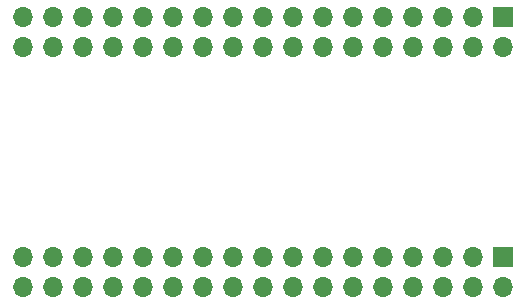
<source format=gbr>
%TF.GenerationSoftware,KiCad,Pcbnew,(6.0.7)*%
%TF.CreationDate,2022-08-10T20:47:25+10:00*%
%TF.ProjectId,Voodoo2SLI,566f6f64-6f6f-4325-934c-492e6b696361,rev?*%
%TF.SameCoordinates,Original*%
%TF.FileFunction,Soldermask,Bot*%
%TF.FilePolarity,Negative*%
%FSLAX46Y46*%
G04 Gerber Fmt 4.6, Leading zero omitted, Abs format (unit mm)*
G04 Created by KiCad (PCBNEW (6.0.7)) date 2022-08-10 20:47:25*
%MOMM*%
%LPD*%
G01*
G04 APERTURE LIST*
%ADD10R,1.700000X1.700000*%
%ADD11O,1.700000X1.700000*%
G04 APERTURE END LIST*
D10*
%TO.C,J1*%
X167894000Y-96266000D03*
D11*
X167894000Y-98806000D03*
X165354000Y-96266000D03*
X165354000Y-98806000D03*
X162814000Y-96266000D03*
X162814000Y-98806000D03*
X160274000Y-96266000D03*
X160274000Y-98806000D03*
X157734000Y-96266000D03*
X157734000Y-98806000D03*
X155194000Y-96266000D03*
X155194000Y-98806000D03*
X152654000Y-96266000D03*
X152654000Y-98806000D03*
X150114000Y-96266000D03*
X150114000Y-98806000D03*
X147574000Y-96266000D03*
X147574000Y-98806000D03*
X145034000Y-96266000D03*
X145034000Y-98806000D03*
X142494000Y-96266000D03*
X142494000Y-98806000D03*
X139954000Y-96266000D03*
X139954000Y-98806000D03*
X137414000Y-96266000D03*
X137414000Y-98806000D03*
X134874000Y-96266000D03*
X134874000Y-98806000D03*
X132334000Y-96266000D03*
X132334000Y-98806000D03*
X129794000Y-96266000D03*
X129794000Y-98806000D03*
X127254000Y-96266000D03*
X127254000Y-98806000D03*
%TD*%
D10*
%TO.C,J2*%
X167894000Y-116586000D03*
D11*
X167894000Y-119126000D03*
X165354000Y-116586000D03*
X165354000Y-119126000D03*
X162814000Y-116586000D03*
X162814000Y-119126000D03*
X160274000Y-116586000D03*
X160274000Y-119126000D03*
X157734000Y-116586000D03*
X157734000Y-119126000D03*
X155194000Y-116586000D03*
X155194000Y-119126000D03*
X152654000Y-116586000D03*
X152654000Y-119126000D03*
X150114000Y-116586000D03*
X150114000Y-119126000D03*
X147574000Y-116586000D03*
X147574000Y-119126000D03*
X145034000Y-116586000D03*
X145034000Y-119126000D03*
X142494000Y-116586000D03*
X142494000Y-119126000D03*
X139954000Y-116586000D03*
X139954000Y-119126000D03*
X137414000Y-116586000D03*
X137414000Y-119126000D03*
X134874000Y-116586000D03*
X134874000Y-119126000D03*
X132334000Y-116586000D03*
X132334000Y-119126000D03*
X129794000Y-116586000D03*
X129794000Y-119126000D03*
X127254000Y-116586000D03*
X127254000Y-119126000D03*
%TD*%
M02*

</source>
